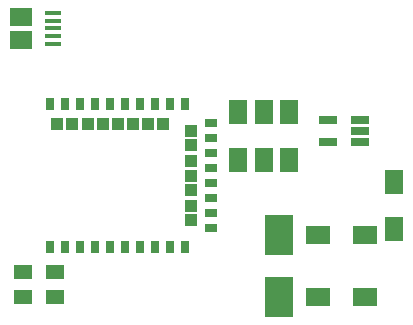
<source format=gbr>
G04 #@! TF.GenerationSoftware,KiCad,Pcbnew,5.0.2-bee76a0~70~ubuntu18.04.1*
G04 #@! TF.CreationDate,2019-04-29T21:23:14-04:00*
G04 #@! TF.ProjectId,E73 SCR,45373320-5343-4522-9e6b-696361645f70,rev?*
G04 #@! TF.SameCoordinates,Original*
G04 #@! TF.FileFunction,Paste,Top*
G04 #@! TF.FilePolarity,Positive*
%FSLAX46Y46*%
G04 Gerber Fmt 4.6, Leading zero omitted, Abs format (unit mm)*
G04 Created by KiCad (PCBNEW 5.0.2-bee76a0~70~ubuntu18.04.1) date Mon 29 Apr 2019 09:23:14 PM EDT*
%MOMM*%
%LPD*%
G01*
G04 APERTURE LIST*
%ADD10R,1.600000X2.000000*%
%ADD11R,2.000000X1.600000*%
%ADD12R,1.500000X1.300000*%
%ADD13R,1.900000X1.500000*%
%ADD14R,1.350000X0.400000*%
%ADD15R,1.560000X0.650000*%
%ADD16R,1.000000X1.000000*%
%ADD17R,0.750000X1.000000*%
%ADD18R,1.000000X0.750000*%
%ADD19R,2.400000X3.500000*%
G04 APERTURE END LIST*
D10*
G04 #@! TO.C,C1*
X136150000Y-71500000D03*
X136150000Y-75500000D03*
G04 #@! TD*
G04 #@! TO.C,C2*
X134000000Y-75500000D03*
X134000000Y-71500000D03*
G04 #@! TD*
G04 #@! TO.C,C4*
X131850000Y-75500000D03*
X131850000Y-71500000D03*
G04 #@! TD*
D11*
G04 #@! TO.C,C8*
X138550000Y-81900000D03*
X142550000Y-81900000D03*
G04 #@! TD*
G04 #@! TO.C,C7*
X142550000Y-87100000D03*
X138550000Y-87100000D03*
G04 #@! TD*
D10*
G04 #@! TO.C,C6*
X145000000Y-81400000D03*
X145000000Y-77400000D03*
G04 #@! TD*
D12*
G04 #@! TO.C,D2*
X116350000Y-85050000D03*
X113650000Y-85050000D03*
G04 #@! TD*
D13*
G04 #@! TO.C,J1*
X113450000Y-63400000D03*
D14*
X116150000Y-64400000D03*
X116150000Y-65050000D03*
X116150000Y-65700000D03*
X116150000Y-63100000D03*
X116150000Y-63750000D03*
D13*
X113450000Y-65400000D03*
G04 #@! TD*
D12*
G04 #@! TO.C,R3*
X113650000Y-87150000D03*
X116350000Y-87150000D03*
G04 #@! TD*
D15*
G04 #@! TO.C,U1*
X142150000Y-74050000D03*
X142150000Y-73100000D03*
X142150000Y-72150000D03*
X139450000Y-72150000D03*
X139450000Y-74050000D03*
G04 #@! TD*
D16*
G04 #@! TO.C,U3*
X116500000Y-72450000D03*
X117800000Y-72450000D03*
X119100000Y-72450000D03*
X120350000Y-72450000D03*
X121650000Y-72450000D03*
X122900000Y-72450000D03*
X124200000Y-72450000D03*
X125450000Y-72450000D03*
X127850000Y-73050000D03*
X127850000Y-74300000D03*
X127850000Y-75600000D03*
X127850000Y-76850000D03*
X127850000Y-78100000D03*
X127850000Y-79400000D03*
X127850000Y-80650000D03*
D17*
X115900000Y-70800000D03*
X117200000Y-70800000D03*
X118450000Y-70800000D03*
X119750000Y-70800000D03*
X121000000Y-70800000D03*
X122250000Y-70800000D03*
X123550000Y-70800000D03*
X124800000Y-70800000D03*
X126100000Y-70800000D03*
X127350000Y-70800000D03*
D18*
X129500000Y-72400000D03*
X129500000Y-73700000D03*
X129500000Y-74950000D03*
X129500000Y-76200000D03*
X129500000Y-77500000D03*
X129500000Y-78750000D03*
X129500000Y-80000000D03*
X129500000Y-81300000D03*
D17*
X127350000Y-82900000D03*
X126100000Y-82900000D03*
X124800000Y-82900000D03*
X123550000Y-82900000D03*
X122250000Y-82900000D03*
X121000000Y-82900000D03*
X119750000Y-82900000D03*
X118450000Y-82900000D03*
X117200000Y-82900000D03*
X115900000Y-82900000D03*
G04 #@! TD*
D19*
G04 #@! TO.C,Y1*
X135300000Y-81900000D03*
X135300000Y-87100000D03*
G04 #@! TD*
M02*

</source>
